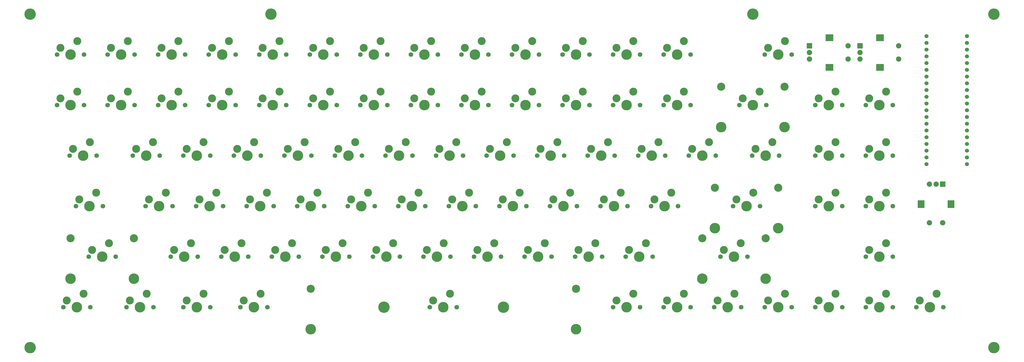
<source format=gts>
G04 #@! TF.GenerationSoftware,KiCad,Pcbnew,8.0.7*
G04 #@! TF.CreationDate,2025-03-15T22:58:08-07:00*
G04 #@! TF.ProjectId,keyboard,6b657962-6f61-4726-942e-6b696361645f,rev?*
G04 #@! TF.SameCoordinates,Original*
G04 #@! TF.FileFunction,Soldermask,Top*
G04 #@! TF.FilePolarity,Negative*
%FSLAX46Y46*%
G04 Gerber Fmt 4.6, Leading zero omitted, Abs format (unit mm)*
G04 Created by KiCad (PCBNEW 8.0.7) date 2025-03-15 22:58:08*
%MOMM*%
%LPD*%
G01*
G04 APERTURE LIST*
%ADD10R,2.000000X2.000000*%
%ADD11C,2.000000*%
%ADD12R,2.500000X3.000000*%
%ADD13C,1.750000*%
%ADD14C,3.000000*%
%ADD15C,3.987800*%
%ADD16C,4.300000*%
%ADD17R,3.000000X2.500000*%
%ADD18C,3.048000*%
%ADD19C,1.524000*%
G04 APERTURE END LIST*
D10*
X462037500Y-296506250D03*
D11*
X457037500Y-296506250D03*
X459537500Y-296506250D03*
D12*
X465137500Y-304006250D03*
X453937500Y-304006250D03*
D11*
X462037500Y-311006250D03*
X457037500Y-311006250D03*
D13*
X452120000Y-342900000D03*
D14*
X453390000Y-340360000D03*
D15*
X457200000Y-342900000D03*
D14*
X459740000Y-337820000D03*
D13*
X462280000Y-342900000D03*
X166370000Y-266700000D03*
D14*
X167640000Y-264160000D03*
D15*
X171450000Y-266700000D03*
D14*
X173990000Y-261620000D03*
D13*
X176530000Y-266700000D03*
X280670000Y-247650000D03*
D14*
X281940000Y-245110000D03*
D15*
X285750000Y-247650000D03*
D14*
X288290000Y-242570000D03*
D13*
X290830000Y-247650000D03*
X433070000Y-342900000D03*
D14*
X434340000Y-340360000D03*
D15*
X438150000Y-342900000D03*
D14*
X440690000Y-337820000D03*
D13*
X443230000Y-342900000D03*
X197326250Y-342900000D03*
D14*
X198596250Y-340360000D03*
D15*
X202406250Y-342900000D03*
D14*
X204946250Y-337820000D03*
D13*
X207486250Y-342900000D03*
X433070000Y-266700000D03*
D14*
X434340000Y-264160000D03*
D15*
X438150000Y-266700000D03*
D14*
X440690000Y-261620000D03*
D13*
X443230000Y-266700000D03*
D16*
X251460000Y-342900000D03*
D13*
X342582500Y-323850000D03*
D14*
X343852500Y-321310000D03*
D15*
X347662500Y-323850000D03*
D14*
X350202500Y-318770000D03*
D13*
X352742500Y-323850000D03*
X394970000Y-342900000D03*
D14*
X396240000Y-340360000D03*
D15*
X400050000Y-342900000D03*
D14*
X402590000Y-337820000D03*
D13*
X405130000Y-342900000D03*
X128270000Y-266700000D03*
D14*
X129540000Y-264160000D03*
D15*
X133350000Y-266700000D03*
D14*
X135890000Y-261620000D03*
D13*
X138430000Y-266700000D03*
X347345000Y-285750000D03*
D14*
X348615000Y-283210000D03*
D15*
X352425000Y-285750000D03*
D14*
X354965000Y-280670000D03*
D13*
X357505000Y-285750000D03*
X185420000Y-266700000D03*
D14*
X186690000Y-264160000D03*
D15*
X190500000Y-266700000D03*
D14*
X193040000Y-261620000D03*
D13*
X195580000Y-266700000D03*
X304482500Y-323850000D03*
D14*
X305752500Y-321310000D03*
D15*
X309562500Y-323850000D03*
D14*
X312102500Y-318770000D03*
D13*
X314642500Y-323850000D03*
X271145000Y-285750000D03*
D14*
X272415000Y-283210000D03*
D15*
X276225000Y-285750000D03*
D14*
X278765000Y-280670000D03*
D13*
X281305000Y-285750000D03*
X199707500Y-304800000D03*
D14*
X200977500Y-302260000D03*
D15*
X204787500Y-304800000D03*
D14*
X207327500Y-299720000D03*
D13*
X209867500Y-304800000D03*
D16*
X390525000Y-232410000D03*
D13*
X433070000Y-323850000D03*
D14*
X434340000Y-321310000D03*
D15*
X438150000Y-323850000D03*
D14*
X440690000Y-318770000D03*
D13*
X443230000Y-323850000D03*
X356870000Y-247650000D03*
D14*
X358140000Y-245110000D03*
D15*
X361950000Y-247650000D03*
D14*
X364490000Y-242570000D03*
D13*
X367030000Y-247650000D03*
X166370000Y-247650000D03*
D14*
X167640000Y-245110000D03*
D15*
X171450000Y-247650000D03*
D14*
X173990000Y-242570000D03*
D13*
X176530000Y-247650000D03*
X135413750Y-304800000D03*
D14*
X136683750Y-302260000D03*
D15*
X140493750Y-304800000D03*
D14*
X143033750Y-299720000D03*
D13*
X145573750Y-304800000D03*
X147320000Y-247650000D03*
D14*
X148590000Y-245110000D03*
D15*
X152400000Y-247650000D03*
D14*
X154940000Y-242570000D03*
D13*
X157480000Y-247650000D03*
X156845000Y-285750000D03*
D14*
X158115000Y-283210000D03*
D15*
X161925000Y-285750000D03*
D14*
X164465000Y-280670000D03*
D13*
X167005000Y-285750000D03*
X218757500Y-304800000D03*
D14*
X220027500Y-302260000D03*
D15*
X223837500Y-304800000D03*
D14*
X226377500Y-299720000D03*
D13*
X228917500Y-304800000D03*
X161607500Y-304800000D03*
D14*
X162877500Y-302260000D03*
D15*
X166687500Y-304800000D03*
D14*
X169227500Y-299720000D03*
D13*
X171767500Y-304800000D03*
X252095000Y-285750000D03*
D14*
X253365000Y-283210000D03*
D15*
X257175000Y-285750000D03*
D14*
X259715000Y-280670000D03*
D13*
X262255000Y-285750000D03*
D10*
X411850000Y-244356250D03*
D11*
X411850000Y-249356250D03*
X411850000Y-246856250D03*
D17*
X419350000Y-241256250D03*
X419350000Y-252456250D03*
D11*
X426350000Y-244356250D03*
X426350000Y-249356250D03*
D13*
X209232500Y-323850000D03*
D14*
X210502500Y-321310000D03*
D15*
X214312500Y-323850000D03*
D14*
X216852500Y-318770000D03*
D13*
X219392500Y-323850000D03*
X356870000Y-342900000D03*
D14*
X358140000Y-340360000D03*
D15*
X361950000Y-342900000D03*
D14*
X364490000Y-337820000D03*
D13*
X367030000Y-342900000D03*
X280670000Y-266700000D03*
D14*
X281940000Y-264160000D03*
D15*
X285750000Y-266700000D03*
D14*
X288290000Y-261620000D03*
D13*
X290830000Y-266700000D03*
X290195000Y-285750000D03*
D14*
X291465000Y-283210000D03*
D15*
X295275000Y-285750000D03*
D14*
X297815000Y-280670000D03*
D13*
X300355000Y-285750000D03*
X328295000Y-285750000D03*
D14*
X329565000Y-283210000D03*
D15*
X333375000Y-285750000D03*
D14*
X335915000Y-280670000D03*
D13*
X338455000Y-285750000D03*
X237807500Y-304800000D03*
D14*
X239077500Y-302260000D03*
D15*
X242887500Y-304800000D03*
D14*
X245427500Y-299720000D03*
D13*
X247967500Y-304800000D03*
X194945000Y-285750000D03*
D14*
X196215000Y-283210000D03*
D15*
X200025000Y-285750000D03*
D14*
X202565000Y-280670000D03*
D13*
X205105000Y-285750000D03*
X204470000Y-247650000D03*
D14*
X205740000Y-245110000D03*
D15*
X209550000Y-247650000D03*
D14*
X212090000Y-242570000D03*
D13*
X214630000Y-247650000D03*
X309245000Y-285750000D03*
D14*
X310515000Y-283210000D03*
D15*
X314325000Y-285750000D03*
D14*
X316865000Y-280670000D03*
D13*
X319405000Y-285750000D03*
X275907500Y-304800000D03*
D14*
X277177500Y-302260000D03*
D15*
X280987500Y-304800000D03*
D14*
X283527500Y-299720000D03*
D13*
X286067500Y-304800000D03*
X394970000Y-247650000D03*
D14*
X396240000Y-245110000D03*
D15*
X400050000Y-247650000D03*
D14*
X402590000Y-242570000D03*
D13*
X405130000Y-247650000D03*
D18*
X378587000Y-259715000D03*
D15*
X378587000Y-274955000D03*
D13*
X385445000Y-266700000D03*
D14*
X386715000Y-264160000D03*
D15*
X390525000Y-266700000D03*
D14*
X393065000Y-261620000D03*
D13*
X395605000Y-266700000D03*
D18*
X402463000Y-259715000D03*
D15*
X402463000Y-274955000D03*
D13*
X256857500Y-304800000D03*
D14*
X258127500Y-302260000D03*
D15*
X261937500Y-304800000D03*
D14*
X264477500Y-299720000D03*
D13*
X267017500Y-304800000D03*
X333057500Y-304800000D03*
D14*
X334327500Y-302260000D03*
D15*
X338137500Y-304800000D03*
D14*
X340677500Y-299720000D03*
D13*
X343217500Y-304800000D03*
D16*
X118110000Y-358140000D03*
X481330000Y-358140000D03*
D13*
X175895000Y-342900000D03*
D14*
X177165000Y-340360000D03*
D15*
X180975000Y-342900000D03*
D14*
X183515000Y-337820000D03*
D13*
X186055000Y-342900000D03*
D18*
X371443250Y-316865000D03*
D15*
X371443250Y-332105000D03*
D13*
X378301250Y-323850000D03*
D14*
X379571250Y-321310000D03*
D15*
X383381250Y-323850000D03*
D14*
X385921250Y-318770000D03*
D13*
X388461250Y-323850000D03*
D18*
X395319250Y-316865000D03*
D15*
X395319250Y-332105000D03*
D13*
X337820000Y-247650000D03*
D14*
X339090000Y-245110000D03*
D15*
X342900000Y-247650000D03*
D14*
X345440000Y-242570000D03*
D13*
X347980000Y-247650000D03*
X223520000Y-266700000D03*
D14*
X224790000Y-264160000D03*
D15*
X228600000Y-266700000D03*
D14*
X231140000Y-261620000D03*
D13*
X233680000Y-266700000D03*
X414020000Y-304800000D03*
D14*
X415290000Y-302260000D03*
D15*
X419100000Y-304800000D03*
D14*
X421640000Y-299720000D03*
D13*
X424180000Y-304800000D03*
X133032500Y-285750000D03*
D14*
X134302500Y-283210000D03*
D15*
X138112500Y-285750000D03*
D14*
X140652500Y-280670000D03*
D13*
X143192500Y-285750000D03*
X285432500Y-323850000D03*
D14*
X286702500Y-321310000D03*
D15*
X290512500Y-323850000D03*
D14*
X293052500Y-318770000D03*
D13*
X295592500Y-323850000D03*
X261620000Y-247650000D03*
D14*
X262890000Y-245110000D03*
D15*
X266700000Y-247650000D03*
D14*
X269240000Y-242570000D03*
D13*
X271780000Y-247650000D03*
X128270000Y-247650000D03*
D14*
X129540000Y-245110000D03*
D15*
X133350000Y-247650000D03*
D14*
X135890000Y-242570000D03*
D13*
X138430000Y-247650000D03*
X247332500Y-323850000D03*
D14*
X248602500Y-321310000D03*
D15*
X252412500Y-323850000D03*
D14*
X254952500Y-318770000D03*
D13*
X257492500Y-323850000D03*
X261620000Y-266700000D03*
D14*
X262890000Y-264160000D03*
D15*
X266700000Y-266700000D03*
D14*
X269240000Y-261620000D03*
D13*
X271780000Y-266700000D03*
X366395000Y-285750000D03*
D14*
X367665000Y-283210000D03*
D15*
X371475000Y-285750000D03*
D14*
X374015000Y-280670000D03*
D13*
X376555000Y-285750000D03*
X299720000Y-266700000D03*
D14*
X300990000Y-264160000D03*
D15*
X304800000Y-266700000D03*
D14*
X307340000Y-261620000D03*
D13*
X309880000Y-266700000D03*
X314007500Y-304800000D03*
D14*
X315277500Y-302260000D03*
D15*
X319087500Y-304800000D03*
D14*
X321627500Y-299720000D03*
D13*
X324167500Y-304800000D03*
X180657500Y-304800000D03*
D14*
X181927500Y-302260000D03*
D15*
X185737500Y-304800000D03*
D14*
X188277500Y-299720000D03*
D13*
X190817500Y-304800000D03*
X171132500Y-323850000D03*
D14*
X172402500Y-321310000D03*
D15*
X176212500Y-323850000D03*
D14*
X178752500Y-318770000D03*
D13*
X181292500Y-323850000D03*
X242570000Y-247650000D03*
D14*
X243840000Y-245110000D03*
D15*
X247650000Y-247650000D03*
D14*
X250190000Y-242570000D03*
D13*
X252730000Y-247650000D03*
X266382500Y-323850000D03*
D14*
X267652500Y-321310000D03*
D15*
X271462500Y-323850000D03*
D14*
X274002500Y-318770000D03*
D13*
X276542500Y-323850000D03*
X433070000Y-285750000D03*
D14*
X434340000Y-283210000D03*
D15*
X438150000Y-285750000D03*
D14*
X440690000Y-280670000D03*
D13*
X443230000Y-285750000D03*
D18*
X376205750Y-297815000D03*
D15*
X376205750Y-313055000D03*
D13*
X383063750Y-304800000D03*
D14*
X384333750Y-302260000D03*
D15*
X388143750Y-304800000D03*
D14*
X390683750Y-299720000D03*
D13*
X393223750Y-304800000D03*
D18*
X400081750Y-297815000D03*
D15*
X400081750Y-313055000D03*
D13*
X337820000Y-266700000D03*
D14*
X339090000Y-264160000D03*
D15*
X342900000Y-266700000D03*
D14*
X345440000Y-261620000D03*
D13*
X347980000Y-266700000D03*
D16*
X481330000Y-232410000D03*
D13*
X228282500Y-323850000D03*
D14*
X229552500Y-321310000D03*
D15*
X233362500Y-323850000D03*
D14*
X235902500Y-318770000D03*
D13*
X238442500Y-323850000D03*
X154463750Y-342900000D03*
D14*
X155733750Y-340360000D03*
D15*
X159543750Y-342900000D03*
D14*
X162083750Y-337820000D03*
D13*
X164623750Y-342900000D03*
X352107500Y-304800000D03*
D14*
X353377500Y-302260000D03*
D15*
X357187500Y-304800000D03*
D14*
X359727500Y-299720000D03*
D13*
X362267500Y-304800000D03*
X213995000Y-285750000D03*
D14*
X215265000Y-283210000D03*
D15*
X219075000Y-285750000D03*
D14*
X221615000Y-280670000D03*
D13*
X224155000Y-285750000D03*
D18*
X133318250Y-316865000D03*
D15*
X133318250Y-332105000D03*
D13*
X140176250Y-323850000D03*
D14*
X141446250Y-321310000D03*
D15*
X145256250Y-323850000D03*
D14*
X147796250Y-318770000D03*
D13*
X150336250Y-323850000D03*
D18*
X157194250Y-316865000D03*
D15*
X157194250Y-332105000D03*
D16*
X208915000Y-232410000D03*
D13*
X130651250Y-342900000D03*
D14*
X131921250Y-340360000D03*
D15*
X135731250Y-342900000D03*
D14*
X138271250Y-337820000D03*
D13*
X140811250Y-342900000D03*
D10*
X430900000Y-244356250D03*
D11*
X430900000Y-249356250D03*
X430900000Y-246856250D03*
D17*
X438400000Y-241256250D03*
X438400000Y-252456250D03*
D11*
X445400000Y-244356250D03*
X445400000Y-249356250D03*
D13*
X375920000Y-342900000D03*
D14*
X377190000Y-340360000D03*
D15*
X381000000Y-342900000D03*
D14*
X383540000Y-337820000D03*
D13*
X386080000Y-342900000D03*
X318770000Y-247650000D03*
D14*
X320040000Y-245110000D03*
D15*
X323850000Y-247650000D03*
D14*
X326390000Y-242570000D03*
D13*
X328930000Y-247650000D03*
X318770000Y-266700000D03*
D14*
X320040000Y-264160000D03*
D15*
X323850000Y-266700000D03*
D14*
X326390000Y-261620000D03*
D13*
X328930000Y-266700000D03*
X242570000Y-266700000D03*
D14*
X243840000Y-264160000D03*
D15*
X247650000Y-266700000D03*
D14*
X250190000Y-261620000D03*
D13*
X252730000Y-266700000D03*
X414020000Y-266700000D03*
D14*
X415290000Y-264160000D03*
D15*
X419100000Y-266700000D03*
D14*
X421640000Y-261620000D03*
D13*
X424180000Y-266700000D03*
X356870000Y-266700000D03*
D14*
X358140000Y-264160000D03*
D15*
X361950000Y-266700000D03*
D14*
X364490000Y-261620000D03*
D13*
X367030000Y-266700000D03*
X233045000Y-285750000D03*
D14*
X234315000Y-283210000D03*
D15*
X238125000Y-285750000D03*
D14*
X240665000Y-280670000D03*
D13*
X243205000Y-285750000D03*
X223520000Y-247650000D03*
D14*
X224790000Y-245110000D03*
D15*
X228600000Y-247650000D03*
D14*
X231140000Y-242570000D03*
D13*
X233680000Y-247650000D03*
X294957500Y-304800000D03*
D14*
X296227500Y-302260000D03*
D15*
X300037500Y-304800000D03*
D14*
X302577500Y-299720000D03*
D13*
X305117500Y-304800000D03*
X337820000Y-342900000D03*
D14*
X339090000Y-340360000D03*
D15*
X342900000Y-342900000D03*
D14*
X345440000Y-337820000D03*
D13*
X347980000Y-342900000D03*
D16*
X118110000Y-232410000D03*
D13*
X204470000Y-266700000D03*
D14*
X205740000Y-264160000D03*
D15*
X209550000Y-266700000D03*
D14*
X212090000Y-261620000D03*
D13*
X214630000Y-266700000D03*
D16*
X296545000Y-342900000D03*
D13*
X323532500Y-323850000D03*
D14*
X324802500Y-321310000D03*
D15*
X328612500Y-323850000D03*
D14*
X331152500Y-318770000D03*
D13*
X333692500Y-323850000D03*
X185420000Y-247650000D03*
D14*
X186690000Y-245110000D03*
D15*
X190500000Y-247650000D03*
D14*
X193040000Y-242570000D03*
D13*
X195580000Y-247650000D03*
X147320000Y-266700000D03*
D14*
X148590000Y-264160000D03*
D15*
X152400000Y-266700000D03*
D14*
X154940000Y-261620000D03*
D13*
X157480000Y-266700000D03*
X414020000Y-285750000D03*
D14*
X415290000Y-283210000D03*
D15*
X419100000Y-285750000D03*
D14*
X421640000Y-280670000D03*
D13*
X424180000Y-285750000D03*
X175895000Y-285750000D03*
D14*
X177165000Y-283210000D03*
D15*
X180975000Y-285750000D03*
D14*
X183515000Y-280670000D03*
D13*
X186055000Y-285750000D03*
D18*
X223843850Y-335915000D03*
D15*
X223843850Y-351155000D03*
D13*
X268763750Y-342900000D03*
D14*
X270033750Y-340360000D03*
D15*
X273843750Y-342900000D03*
D14*
X276383750Y-337820000D03*
D13*
X278923750Y-342900000D03*
D18*
X323843650Y-335915000D03*
D15*
X323843650Y-351155000D03*
D13*
X299720000Y-247650000D03*
D14*
X300990000Y-245110000D03*
D15*
X304800000Y-247650000D03*
D14*
X307340000Y-242570000D03*
D13*
X309880000Y-247650000D03*
X433070000Y-304800000D03*
D14*
X434340000Y-302260000D03*
D15*
X438150000Y-304800000D03*
D14*
X440690000Y-299720000D03*
D13*
X443230000Y-304800000D03*
X390207500Y-285750000D03*
D14*
X391477500Y-283210000D03*
D15*
X395287500Y-285750000D03*
D14*
X397827500Y-280670000D03*
D13*
X400367500Y-285750000D03*
X190182500Y-323850000D03*
D14*
X191452500Y-321310000D03*
D15*
X195262500Y-323850000D03*
D14*
X197802500Y-318770000D03*
D13*
X200342500Y-323850000D03*
X414020000Y-342900000D03*
D14*
X415290000Y-340360000D03*
D15*
X419100000Y-342900000D03*
D14*
X421640000Y-337820000D03*
D13*
X424180000Y-342900000D03*
D19*
X471170000Y-240665000D03*
X471170000Y-243205000D03*
X471170000Y-245745000D03*
X471170000Y-248285000D03*
X471170000Y-250825000D03*
X471170000Y-253365000D03*
X471170000Y-255905000D03*
X471170000Y-258445000D03*
X471170000Y-260985000D03*
X471170000Y-263525000D03*
X471170000Y-266065000D03*
X471170000Y-268605000D03*
X471170000Y-271145000D03*
X471170000Y-273685000D03*
X471170000Y-276225000D03*
X471170000Y-278765000D03*
X471170000Y-281305000D03*
X471170000Y-283845000D03*
X471170000Y-286385000D03*
X471170000Y-288925000D03*
X455930000Y-240665000D03*
X455930000Y-243205000D03*
X455930000Y-245745000D03*
X455930000Y-248285000D03*
X455930000Y-250825000D03*
X455930000Y-253365000D03*
X455930000Y-255905000D03*
X455930000Y-258445000D03*
X455930000Y-260985000D03*
X455930000Y-263525000D03*
X455930000Y-266065000D03*
X455930000Y-268605000D03*
X455930000Y-271145000D03*
X455930000Y-273685000D03*
X455930000Y-276225000D03*
X455930000Y-278765000D03*
X455930000Y-281305000D03*
X455930000Y-283845000D03*
X455930000Y-286385000D03*
X455930000Y-288925000D03*
M02*

</source>
